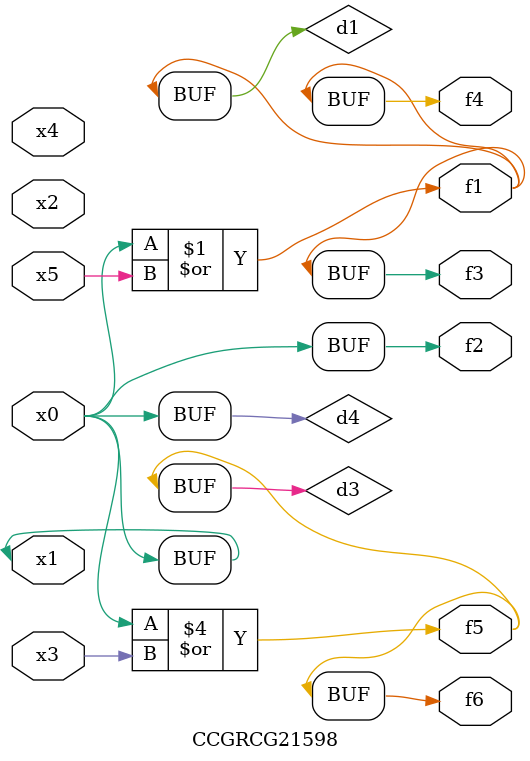
<source format=v>
module CCGRCG21598(
	input x0, x1, x2, x3, x4, x5,
	output f1, f2, f3, f4, f5, f6
);

	wire d1, d2, d3, d4;

	or (d1, x0, x5);
	xnor (d2, x1, x4);
	or (d3, x0, x3);
	buf (d4, x0, x1);
	assign f1 = d1;
	assign f2 = d4;
	assign f3 = d1;
	assign f4 = d1;
	assign f5 = d3;
	assign f6 = d3;
endmodule

</source>
